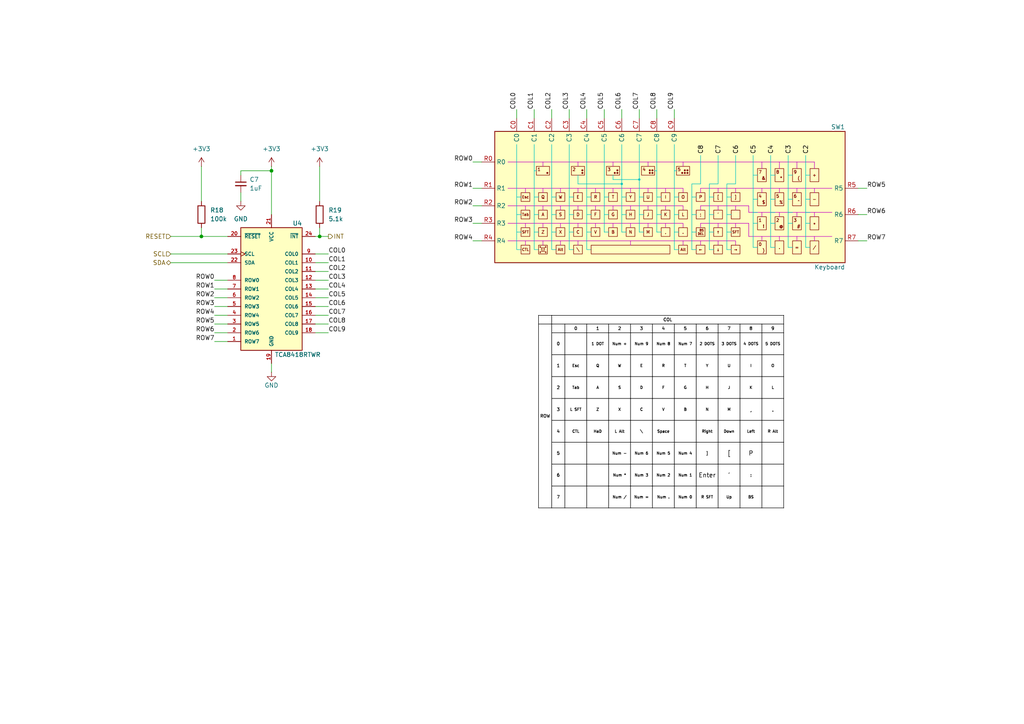
<source format=kicad_sch>
(kicad_sch (version 20250114) (generator "eeschema") (generator_version "9.0")
  (paper "A4")
  (lib_symbols
    (symbol "Device:C_Small" (pin_numbers (hide yes)) (pin_names (offset 0.254) (hide yes))
      (property "Reference" "C" (at 0.254 1.778 0))
      (property "Value" "C_Small" (at 0.254 -2.032 0))
      (symbol "C_Small_1_1"
        (pin passive line (at 0 2.54 270) (length 2.032) (name "~") (number "1"))
        (pin passive line (at 0 -2.54 90) (length 2.032) (name "~") (number "2"))
      )
    )
    (symbol "Device:R" (pin_numbers (hide yes)) (pin_names (offset 0))
      (property "Reference" "R" (at 2.032 0 90))
      (property "Value" "R" (at 0 0 90))
      (symbol "R_1_1"
        (pin passive line (at 0 3.81 270) (length 1.27) (name "~") (number "1"))
        (pin passive line (at 0 -3.81 90) (length 1.27) (name "~") (number "2"))
      )
    )
    (symbol "Keyboard:Keyboard"
      (property "Reference" "SW" (at 50.8 20.32 0))
      (property "Value" "Keyboard" (at 46.355 -20.32 0))
      (symbol "Keyboard_0_0"
        (pin bidirectional line (at -54.61 10.16 0) (length 3.81) (name "R0") (number "R0"))
        (pin bidirectional line (at -54.61 2.54 0) (length 3.81) (name "R1") (number "R1"))
        (pin bidirectional line (at -54.61 -2.54 0) (length 3.81) (name "R2") (number "R2"))
        (pin bidirectional line (at -54.61 -7.62 0) (length 3.81) (name "R3") (number "R3"))
        (pin bidirectional line (at -54.61 -12.7 0) (length 3.81) (name "R4") (number "R4"))
        (pin bidirectional line (at -44.45 22.86 270) (length 3.81) (name "C0") (number "C0"))
        (pin bidirectional line (at -39.37 22.86 270) (length 3.81) (name "C1") (number "C1"))
        (pin bidirectional line (at -34.29 22.86 270) (length 3.81) (name "C2") (number "C2"))
        (pin bidirectional line (at -29.21 22.86 270) (length 3.81) (name "C3") (number "C3"))
        (pin bidirectional line (at -24.13 22.86 270) (length 3.81) (name "C4") (number "C4"))
        (pin bidirectional line (at -19.05 22.86 270) (length 3.81) (name "C5") (number "C5"))
        (pin bidirectional line (at -13.97 22.86 270) (length 3.81) (name "C6") (number "C6"))
        (pin bidirectional line (at -8.89 22.86 270) (length 3.81) (name "C7") (number "C7"))
        (pin bidirectional line (at -3.81 22.86 270) (length 3.81) (name "C8") (number "C8"))
        (pin bidirectional line (at 1.27 22.86 270) (length 3.81) (name "C9") (number "C9"))
        (pin bidirectional line (at 54.61 2.54 180) (length 3.81) (name "R5") (number "R5"))
      )
      (symbol "Keyboard_1_0"
        (pin bidirectional line (at 54.61 -5.08 180) (length 3.81) (name "R6") (number "R6"))
        (pin bidirectional line (at 54.61 -12.7 180) (length 3.81) (name "R7") (number "R7"))
      )
      (symbol "Keyboard_1_1"
        (text "Esc\n" (at -41.91 0 0) (effects (font (size 0.762 0.762))))
        (text "Tab" (at -41.91 -5.08 0) (effects (font (size 0.762 0.762))))
        (text "SFT" (at -41.91 -10.16 0) (effects (font (size 0.762 0.762))))
        (text "CTL" (at -41.91 -15.24 0) (effects (font (size 0.762 0.762))))
        (text "1" (at -37.973 8.001 0) (effects (font (size 0.889 0.889))))
        (text "Q" (at -36.83 0 0) (effects (font (size 0.889 0.889))))
        (text "A" (at -36.83 -5.08 0) (effects (font (size 0.889 0.889))))
        (text "Z" (at -36.83 -10.16 0) (effects (font (size 0.889 0.889))))
        (text "W" (at -31.75 0 0) (effects (font (size 0.889 0.889))))
        (text "S" (at -31.75 -5.08 0) (effects (font (size 0.889 0.889))))
        (text "X" (at -31.75 -10.16 0) (effects (font (size 0.889 0.889))))
        (text "Alt" (at -31.75 -15.24 0) (effects (font (size 0.762 0.762))))
        (text "2" (at -27.813 8.001 0) (effects (font (size 0.889 0.889))))
        (text "E" (at -26.67 0 0) (effects (font (size 0.889 0.889))))
        (text "D" (at -26.67 -5.08 0) (effects (font (size 0.889 0.889))))
        (text "C" (at -26.67 -10.16 0) (effects (font (size 0.889 0.889))))
        (text "\\" (at -26.67 -15.24 0) (effects (font (size 0.889 0.889))))
        (text "R" (at -21.59 0 0) (effects (font (size 0.889 0.889))))
        (text "F" (at -21.59 -5.08 0) (effects (font (size 0.889 0.889))))
        (text "V" (at -21.59 -10.16 0) (effects (font (size 0.889 0.889))))
        (text "3" (at -17.653 8.001 0) (effects (font (size 0.889 0.889))))
        (text "T" (at -16.51 0 0) (effects (font (size 0.889 0.889))))
        (text "G" (at -16.51 -5.08 0) (effects (font (size 0.889 0.889))))
        (text "B" (at -16.51 -10.16 0) (effects (font (size 0.889 0.889))))
        (text "Y" (at -11.43 0 0) (effects (font (size 0.889 0.889))))
        (text "H" (at -11.43 -5.08 0) (effects (font (size 0.889 0.889))))
        (text "N" (at -11.43 -10.16 0) (effects (font (size 0.889 0.889))))
        (text "4" (at -7.493 8.001 0) (effects (font (size 0.889 0.889))))
        (text "U" (at -6.35 0 0) (effects (font (size 0.889 0.889))))
        (text "J" (at -6.35 -5.08 0) (effects (font (size 0.889 0.889))))
        (text "M" (at -6.35 -10.16 0) (effects (font (size 0.889 0.889))))
        (text "I" (at -1.27 0 0) (effects (font (size 0.889 0.889))))
        (text "K" (at -1.27 -5.08 0) (effects (font (size 0.889 0.889))))
        (text "," (at -1.27 -10.16 0) (effects (font (size 0.889 0.889))))
        (text "5" (at 2.667 8.001 0) (effects (font (size 0.889 0.889))))
        (text "O" (at 3.81 0 0) (effects (font (size 0.889 0.889))))
        (text "L" (at 3.81 -5.08 0) (effects (font (size 0.889 0.889))))
        (text "." (at 3.81 -10.16 0) (effects (font (size 0.889 0.889))))
        (text "Alt" (at 3.81 -15.24 0) (effects (font (size 0.762 0.762))))
        (text "C8" (at 8.89 13.843 900) (effects (font (size 1.27 1.27))))
        (text "P\n" (at 8.89 0 0) (effects (font (size 0.889 0.889))))
        (text ";" (at 8.89 -5.08 0) (effects (font (size 0.889 0.889))))
        (text "←" (at 8.89 -15.24 0) (effects (font (size 0.889 0.889))))
        (text "BS\nDEL" (at 9.906 -10.16 0) (effects (font (size 0.635 0.635)) (justify right)))
        (text "C7" (at 13.97 13.843 900) (effects (font (size 1.27 1.27))))
        (text "[" (at 13.97 0 0) (effects (font (size 0.889 0.889))))
        (text "'" (at 13.97 -5.08 0) (effects (font (size 0.889 0.889))))
        (text "↑" (at 13.97 -10.16 0) (effects (font (size 0.889 0.889))))
        (text "↓" (at 13.97 -15.24 0) (effects (font (size 0.889 0.889))))
        (text "C6" (at 19.05 13.843 900) (effects (font (size 1.27 1.27))))
        (text "]" (at 19.05 0 0) (effects (font (size 0.889 0.889))))
        (text "SFT" (at 19.05 -10.16 0) (effects (font (size 0.762 0.762))))
        (text "→" (at 19.05 -15.24 0) (effects (font (size 0.889 0.889))))
        (text "C5" (at 24.13 13.843 900) (effects (font (size 1.27 1.27))))
        (text "7" (at 26.162 7.239 0) (effects (font (size 0.889 0.889))))
        (text "4" (at 26.162 0.254 0) (effects (font (size 0.889 0.889))))
        (text "1" (at 26.162 -6.731 0) (effects (font (size 0.889 0.889))))
        (text "0" (at 26.162 -13.716 0) (effects (font (size 0.889 0.889))))
        (text "&" (at 27.178 5.461 0) (effects (font (size 0.889 0.889))))
        (text "$" (at 27.178 -1.524 0) (effects (font (size 0.889 0.889))))
        (text "!" (at 27.178 -8.509 0) (effects (font (size 0.889 0.889))))
        (text ")" (at 27.178 -15.494 0) (effects (font (size 0.889 0.889))))
        (text "C4" (at 29.21 13.843 900) (effects (font (size 1.27 1.27))))
        (text "8" (at 31.242 7.239 0) (effects (font (size 0.889 0.889))))
        (text "5" (at 31.242 0.254 0) (effects (font (size 0.889 0.889))))
        (text "2" (at 31.242 -6.731 0) (effects (font (size 0.889 0.889))))
        (text "." (at 31.75 -14.605 0) (effects (font (size 0.889 0.889))))
        (text "*" (at 32.258 5.461 0) (effects (font (size 0.889 0.889))))
        (text "%" (at 32.258 -1.524 0) (effects (font (size 0.889 0.889))))
        (text "@" (at 32.258 -8.509 0) (effects (font (size 0.889 0.889))))
        (text "C3" (at 34.29 13.843 900) (effects (font (size 1.27 1.27))))
        (text "9" (at 36.322 7.239 0) (effects (font (size 0.889 0.889))))
        (text "6" (at 36.322 0.254 0) (effects (font (size 0.889 0.889))))
        (text "3" (at 36.322 -6.731 0) (effects (font (size 0.889 0.889))))
        (text "=" (at 36.83 -14.605 0) (effects (font (size 0.889 0.889))))
        (text "(" (at 37.338 5.461 0) (effects (font (size 0.889 0.889))))
        (text "^" (at 37.338 -1.524 0) (effects (font (size 0.889 0.889))))
        (text "#" (at 37.338 -8.509 0) (effects (font (size 0.889 0.889))))
        (text "C2" (at 39.37 13.843 900) (effects (font (size 1.27 1.27))))
        (text "+" (at 41.91 6.35 0) (effects (font (size 0.889 0.889))))
        (text "-" (at 41.91 -0.635 0) (effects (font (size 0.889 0.889))))
        (text "*" (at 41.91 -8.001 0) (effects (font (size 0.889 0.889))))
        (text "/" (at 41.91 -14.605 0) (effects (font (size 0.889 0.889))))
      )
    )
    (symbol "TCA8418RTWR:TCA8418RTWR" (pin_names (offset 1.016))
      (property "Reference" "U" (at -7.62 19.05 0))
      (property "Value" "TCA8418RTWR" (at 1.27 -19.05 0))
      (symbol "TCA8418RTWR_0_0"
        (pin input line (at -12.7 15.24 0) (length 3.81) (name "~{RESET}") (number "20"))
        (pin input clock (at -12.7 10.16 0) (length 3.81) (name "SCL") (number "23"))
        (pin bidirectional line (at -12.7 7.62 0) (length 3.81) (name "SDA") (number "22"))
        (pin bidirectional line (at -12.7 2.54 0) (length 3.81) (name "ROW0") (number "8"))
        (pin bidirectional line (at -12.7 0 0) (length 3.81) (name "ROW1") (number "7"))
        (pin bidirectional line (at -12.7 -2.54 0) (length 3.81) (name "ROW2") (number "6"))
        (pin bidirectional line (at -12.7 -5.08 0) (length 3.81) (name "ROW3") (number "5"))
        (pin bidirectional line (at -12.7 -7.62 0) (length 3.81) (name "ROW4") (number "4"))
        (pin bidirectional line (at -12.7 -10.16 0) (length 3.81) (name "ROW5") (number "3"))
        (pin bidirectional line (at -12.7 -12.7 0) (length 3.81) (name "ROW6") (number "2"))
        (pin bidirectional line (at -12.7 -15.24 0) (length 3.81) (name "ROW7") (number "1"))
        (pin power_in line (at 0 21.59 270) (length 3.81) (name "VCC") (number "21"))
        (pin power_in line (at 0 -21.59 90) (length 3.81) (name "GND") (number "19"))
        (pin output line (at 12.7 15.24 180) (length 3.81) (name "~{INT}") (number "24"))
        (pin bidirectional line (at 12.7 10.16 180) (length 3.81) (name "COL0") (number "9"))
        (pin bidirectional line (at 12.7 7.62 180) (length 3.81) (name "COL1") (number "10"))
        (pin bidirectional line (at 12.7 5.08 180) (length 3.81) (name "COL2") (number "11"))
        (pin bidirectional line (at 12.7 2.54 180) (length 3.81) (name "COL3") (number "12"))
        (pin bidirectional line (at 12.7 0 180) (length 3.81) (name "COL4") (number "13"))
        (pin bidirectional line (at 12.7 -2.54 180) (length 3.81) (name "COL5") (number "14"))
        (pin bidirectional line (at 12.7 -5.08 180) (length 3.81) (name "COL6") (number "15"))
        (pin bidirectional line (at 12.7 -7.62 180) (length 3.81) (name "COL7") (number "16"))
        (pin bidirectional line (at 12.7 -10.16 180) (length 3.81) (name "COL8") (number "17"))
        (pin bidirectional line (at 12.7 -12.7 180) (length 3.81) (name "COL9") (number "18"))
      )
      (symbol "TCA8418RTWR_1_0"
        (pin passive line (at 0 -21.59 90) (length 3.81) (hide yes) (name "EP") (number "25"))
      )
    )
    (symbol "power:+3V3" (power) (pin_numbers (hide yes)) (pin_names (offset 0) (hide yes))
      (property "Value" "+3V3" (at 0 3.556 0))
      (symbol "+3V3_1_1"
        (pin power_in line (at 0 0 90) (length 0) (name "~") (number "1"))
      )
    )
    (symbol "power:GND" (power) (pin_numbers (hide yes)) (pin_names (offset 0) (hide yes))
      (property "Value" "GND" (at 0 -3.81 0))
      (symbol "GND_1_1"
        (pin power_in line (at 0 0 270) (length 0) (name "~") (number "1"))
      )
    )
  )
  (junction (at 58.42 68.58))
  (junction (at 78.74 49.53))
  (junction (at 92.71 68.58))
  (wire (pts (xy 62.23 88.9) (xy 66.04 88.9)))
  (wire (pts (xy 248.92 62.23) (xy 251.46 62.23)))
  (wire (pts (xy 92.71 66.04) (xy 92.71 68.58)))
  (wire (pts (xy 154.94 31.75) (xy 154.94 34.29)))
  (wire (pts (xy 137.16 54.61) (xy 139.7 54.61)))
  (wire (pts (xy 62.23 91.44) (xy 66.04 91.44)))
  (wire (pts (xy 91.44 93.98) (xy 95.25 93.98)))
  (wire (pts (xy 78.74 49.53) (xy 69.85 49.53)))
  (wire (pts (xy 91.44 83.82) (xy 95.25 83.82)))
  (wire (pts (xy 190.5 31.75) (xy 190.5 34.29)))
  (wire (pts (xy 78.74 49.53) (xy 78.74 62.23)))
  (wire (pts (xy 92.71 48.26) (xy 92.71 58.42)))
  (wire (pts (xy 58.42 48.26) (xy 58.42 58.42)))
  (wire (pts (xy 149.86 31.75) (xy 149.86 34.29)))
  (wire (pts (xy 160.02 31.75) (xy 160.02 34.29)))
  (wire (pts (xy 62.23 96.52) (xy 66.04 96.52)))
  (wire (pts (xy 248.92 69.85) (xy 251.46 69.85)))
  (wire (pts (xy 91.44 96.52) (xy 95.25 96.52)))
  (wire (pts (xy 137.16 69.85) (xy 139.7 69.85)))
  (wire (pts (xy 58.42 66.04) (xy 58.42 68.58)))
  (wire (pts (xy 91.44 76.2) (xy 95.25 76.2)))
  (wire (pts (xy 69.85 55.88) (xy 69.85 58.42)))
  (wire (pts (xy 91.44 68.58) (xy 92.71 68.58)))
  (wire (pts (xy 49.53 68.58) (xy 58.42 68.58)))
  (wire (pts (xy 58.42 68.58) (xy 66.04 68.58)))
  (wire (pts (xy 137.16 64.77) (xy 139.7 64.77)))
  (wire (pts (xy 137.16 46.99) (xy 139.7 46.99)))
  (wire (pts (xy 137.16 59.69) (xy 139.7 59.69)))
  (wire (pts (xy 62.23 93.98) (xy 66.04 93.98)))
  (wire (pts (xy 62.23 99.06) (xy 66.04 99.06)))
  (wire (pts (xy 91.44 86.36) (xy 95.25 86.36)))
  (wire (pts (xy 91.44 81.28) (xy 95.25 81.28)))
  (wire (pts (xy 91.44 73.66) (xy 95.25 73.66)))
  (wire (pts (xy 49.53 73.66) (xy 66.04 73.66)))
  (wire (pts (xy 180.34 31.75) (xy 180.34 34.29)))
  (wire (pts (xy 62.23 83.82) (xy 66.04 83.82)))
  (wire (pts (xy 175.26 31.75) (xy 175.26 34.29)))
  (wire (pts (xy 165.1 31.75) (xy 165.1 34.29)))
  (wire (pts (xy 92.71 68.58) (xy 95.25 68.58)))
  (wire (pts (xy 91.44 78.74) (xy 95.25 78.74)))
  (wire (pts (xy 170.18 31.75) (xy 170.18 34.29)))
  (wire (pts (xy 62.23 81.28) (xy 66.04 81.28)))
  (wire (pts (xy 195.58 31.75) (xy 195.58 34.29)))
  (wire (pts (xy 78.74 105.41) (xy 78.74 107.95)))
  (wire (pts (xy 248.92 54.61) (xy 251.46 54.61)))
  (wire (pts (xy 78.74 48.26) (xy 78.74 49.53)))
  (wire (pts (xy 49.53 76.2) (xy 66.04 76.2)))
  (wire (pts (xy 62.23 86.36) (xy 66.04 86.36)))
  (wire (pts (xy 69.85 49.53) (xy 69.85 50.8)))
  (wire (pts (xy 91.44 91.44) (xy 95.25 91.44)))
  (wire (pts (xy 185.42 31.75) (xy 185.42 34.29)))
  (wire (pts (xy 91.44 88.9) (xy 95.25 88.9)))
  (table (column_count 12) (border (external yes) (header yes) (stroke (width 0) (color 0 0 0 1))) (separators (rows yes) (cols yes) (stroke (width 0) (color 0 0 0 1))) (column_widths 3.81 3.81 6.35 6.35 6.35 6.35 6.35 6.35 6.35 6.35 6.35 6.35) (row_heights 2.54 2.54 6.35 6.35 6.35 6.35 6.35 6.35 6.35 6.35) (cells (table_cell "" (at 156.21 91.44 0) (size 3.81 2.54) (margins 0.9525 0.9525 0.9525 0.9525) (span 1 1) (fill (type color) (color 255 255 255 1))) (table_cell "COL" (at 160.02 91.44 0) (size 67.31 2.54) (margins 0.9525 0.9525 0.9525 0.9525) (span 11 1) (fill (type color) (color 255 255 255 1))) (table_cell "rgb(240, 240, 240)" (at 163.83 91.44 0) (size 6.35 2.54) (margins 0.9525 0.9525 0.9525 0.9525) (span 0 0) (fill (type color) (color 255 255 255 1))) (table_cell "rgb(240, 240, 240)" (at 170.18 91.44 0) (size 6.35 2.54) (margins 0.9525 0.9525 0.9525 0.9525) (span 0 0) (fill (type color) (color 255 255 255 1))) (table_cell "rgb(240, 240, 240)" (at 176.53 91.44 0) (size 6.35 2.54) (margins 0.9525 0.9525 0.9525 0.9525) (span 0 0) (fill (type color) (color 255 255 255 1))) (table_cell "rgb(240, 240, 240)" (at 182.88 91.44 0) (size 6.35 2.54) (margins 0.9525 0.9525 0.9525 0.9525) (span 0 0) (fill (type color) (color 255 255 255 1))) (table_cell "rgb(240, 240, 240)" (at 189.23 91.44 0) (size 6.35 2.54) (margins 0.9525 0.9525 0.9525 0.9525) (span 0 0) (fill (type color) (color 255 255 255 1))) (table_cell "rgb(240, 240, 240)" (at 195.58 91.44 0) (size 6.35 2.54) (margins 0.9525 0.9525 0.9525 0.9525) (span 0 0) (fill (type color) (color 255 255 255 1))) (table_cell "rgb(240, 240, 240)" (at 201.93 91.44 0) (size 6.35 2.54) (margins 0.9525 0.9525 0.9525 0.9525) (span 0 0) (fill (type color) (color 255 255 255 1))) (table_cell "rgb(240, 240, 240)" (at 208.28 91.44 0) (size 6.35 2.54) (margins 0.9525 0.9525 0.9525 0.9525) (span 0 0) (fill (type color) (color 255 255 255 1))) (table_cell "rgb(240, 240, 240)" (at 214.63 91.44 0) (size 6.35 2.54) (margins 0.9525 0.9525 0.9525 0.9525) (span 0 0) (fill (type color) (color 255 255 255 1))) (table_cell "rgb(240, 240, 240)" (at 220.98 91.44 0) (size 6.35 2.54) (margins 0.9525 0.9525 0.9525 0.9525) (span 0 0) (fill (type color) (color 255 255 255 1))) (table_cell "ROW" (at 156.21 93.98 0) (size 3.81 53.34) (margins 0.9525 0.9525 0.9525 0.9525) (span 1 9) (fill (type color) (color 255 255 255 1))) (table_cell "" (at 160.02 93.98 0) (size 3.81 2.54) (margins 0.9525 0.9525 0.9525 0.9525) (span 1 1) (fill (type color) (color 255 255 255 1))) (table_cell "0" (at 163.83 93.98 0) (size 6.35 2.54) (margins 0.9525 0.9525 0.9525 0.9525) (span 1 1) (fill (type color) (color 255 255 255 1))) (table_cell "1" (at 170.18 93.98 0) (size 6.35 2.54) (margins 0.9525 0.9525 0.9525 0.9525) (span 1 1) (fill (type color) (color 255 255 255 1))) (table_cell "2" (at 176.53 93.98 0) (size 6.35 2.54) (margins 0.9525 0.9525 0.9525 0.9525) (span 1 1) (fill (type color) (color 255 255 255 1))) (table_cell "3" (at 182.88 93.98 0) (size 6.35 2.54) (margins 0.9525 0.9525 0.9525 0.9525) (span 1 1) (fill (type color) (color 255 255 255 1))) (table_cell "4" (at 189.23 93.98 0) (size 6.35 2.54) (margins 0.9525 0.9525 0.9525 0.9525) (span 1 1) (fill (type color) (color 255 255 255 1))) (table_cell "5" (at 195.58 93.98 0) (size 6.35 2.54) (margins 0.9525 0.9525 0.9525 0.9525) (span 1 1) (fill (type color) (color 255 255 255 1))) (table_cell "6" (at 201.93 93.98 0) (size 6.35 2.54) (margins 0.9525 0.9525 0.9525 0.9525) (span 1 1) (fill (type color) (color 255 255 255 1))) (table_cell "7" (at 208.28 93.98 0) (size 6.35 2.54) (margins 0.9525 0.9525 0.9525 0.9525) (span 1 1) (fill (type color) (color 255 255 255 1))) (table_cell "8" (at 214.63 93.98 0) (size 6.35 2.54) (margins 0.9525 0.9525 0.9525 0.9525) (span 1 1) (fill (type color) (color 255 255 255 1))) (table_cell "9" (at 220.98 93.98 0) (size 6.35 2.54) (margins 0.9525 0.9525 0.9525 0.9525) (span 1 1) (fill (type color) (color 255 255 255 1))) (table_cell "rgb(240, 240, 240)" (at 156.21 96.52 0) (size 3.81 6.35) (margins 0.9525 0.9525 0.9525 0.9525) (span 0 0) (fill (type color) (color 255 255 255 1))) (table_cell "0" (at 160.02 96.52 0) (size 3.81 6.35) (margins 0.9525 0.9525 0.9525 0.9525) (span 1 1) (fill (type color) (color 255 255 255 1))) (table_cell "" (at 163.83 96.52 0) (size 6.35 6.35) (margins 0.9525 0.9525 0.9525 0.9525) (span 1 1) (fill (type color) (color 255 255 255 1))) (table_cell "1 DOT" (at 170.18 96.52 0) (size 6.35 6.35) (margins 0.9525 0.9525 0.9525 0.9525) (span 1 1) (fill (type color) (color 255 255 255 1))) (table_cell "Num +" (at 176.53 96.52 0) (size 6.35 6.35) (margins 0.9525 0.9525 0.9525 0.9525) (span 1 1) (fill (type color) (color 255 255 255 1))) (table_cell "Num 9" (at 182.88 96.52 0) (size 6.35 6.35) (margins 0.9525 0.9525 0.9525 0.9525) (span 1 1) (fill (type color) (color 255 255 255 1))) (table_cell "Num 8" (at 189.23 96.52 0) (size 6.35 6.35) (margins 0.9525 0.9525 0.9525 0.9525) (span 1 1) (fill (type color) (color 255 255 255 1))) (table_cell "Num 7" (at 195.58 96.52 0) (size 6.35 6.35) (margins 0.9525 0.9525 0.9525 0.9525) (span 1 1) (fill (type color) (color 255 255 255 1))) (table_cell "2 DOTS" (at 201.93 96.52 0) (size 6.35 6.35) (margins 0.9525 0.9525 0.9525 0.9525) (span 1 1) (fill (type color) (color 255 255 255 1))) (table_cell "3 DOTS" (at 208.28 96.52 0) (size 6.35 6.35) (margins 0.9525 0.9525 0.9525 0.9525) (span 1 1) (fill (type color) (color 255 255 255 1))) (table_cell "4 DOTS" (at 214.63 96.52 0) (size 6.35 6.35) (margins 0.9525 0.9525 0.9525 0.9525) (span 1 1) (fill (type color) (color 255 255 255 1))) (table_cell "5 DOTS" (at 220.98 96.52 0) (size 6.35 6.35) (margins 0.9525 0.9525 0.9525 0.9525) (span 1 1) (fill (type color) (color 255 255 255 1))) (table_cell "rgb(240, 240, 240)" (at 156.21 102.87 0) (size 3.81 6.35) (margins 0.9525 0.9525 0.9525 0.9525) (span 0 0) (fill (type color) (color 255 255 255 1))) (table_cell "1" (at 160.02 102.87 0) (size 3.81 6.35) (margins 0.9525 0.9525 0.9525 0.9525) (span 1 1) (fill (type color) (color 255 255 255 1))) (table_cell "Esc" (at 163.83 102.87 0) (size 6.35 6.35) (margins 0.9525 0.9525 0.9525 0.9525) (span 1 1) (fill (type color) (color 255 255 255 1))) (table_cell "Q" (at 170.18 102.87 0) (size 6.35 6.35) (margins 0.9525 0.9525 0.9525 0.9525) (span 1 1) (fill (type color) (color 255 255 255 1))) (table_cell "W" (at 176.53 102.87 0) (size 6.35 6.35) (margins 0.9525 0.9525 0.9525 0.9525) (span 1 1) (fill (type color) (color 255 255 255 1))) (table_cell "E" (at 182.88 102.87 0) (size 6.35 6.35) (margins 0.9525 0.9525 0.9525 0.9525) (span 1 1) (fill (type color) (color 255 255 255 1))) (table_cell "R" (at 189.23 102.87 0) (size 6.35 6.35) (margins 0.9525 0.9525 0.9525 0.9525) (span 1 1) (fill (type color) (color 255 255 255 1))) (table_cell "T" (at 195.58 102.87 0) (size 6.35 6.35) (margins 0.9525 0.9525 0.9525 0.9525) (span 1 1) (fill (type color) (color 255 255 255 1))) (table_cell "Y" (at 201.93 102.87 0) (size 6.35 6.35) (margins 0.9525 0.9525 0.9525 0.9525) (span 1 1) (fill (type color) (color 255 255 255 1))) (table_cell "U" (at 208.28 102.87 0) (size 6.35 6.35) (margins 0.9525 0.9525 0.9525 0.9525) (span 1 1) (fill (type color) (color 255 255 255 1))) (table_cell "I" (at 214.63 102.87 0) (size 6.35 6.35) (margins 0.9525 0.9525 0.9525 0.9525) (span 1 1) (fill (type color) (color 255 255 255 1))) (table_cell "O" (at 220.98 102.87 0) (size 6.35 6.35) (margins 0.9525 0.9525 0.9525 0.9525) (span 1 1) (fill (type color) (color 255 255 255 1))) (table_cell "rgb(240, 240, 240)" (at 156.21 109.22 0) (size 3.81 6.35) (margins 0.9525 0.9525 0.9525 0.9525) (span 0 0) (fill (type color) (color 255 255 255 1))) (table_cell "2" (at 160.02 109.22 0) (size 3.81 6.35) (margins 0.9525 0.9525 0.9525 0.9525) (span 1 1) (fill (type color) (color 255 255 255 1))) (table_cell "Tab" (at 163.83 109.22 0) (size 6.35 6.35) (margins 0.9525 0.9525 0.9525 0.9525) (span 1 1) (fill (type color) (color 255 255 255 1))) (table_cell "A" (at 170.18 109.22 0) (size 6.35 6.35) (margins 0.9525 0.9525 0.9525 0.9525) (span 1 1) (fill (type color) (color 255 255 255 1))) (table_cell "S" (at 176.53 109.22 0) (size 6.35 6.35) (margins 0.9525 0.9525 0.9525 0.9525) (span 1 1) (fill (type color) (color 255 255 255 1))) (table_cell "D" (at 182.88 109.22 0) (size 6.35 6.35) (margins 0.9525 0.9525 0.9525 0.9525) (span 1 1) (fill (type color) (color 255 255 255 1))) (table_cell "F" (at 189.23 109.22 0) (size 6.35 6.35) (margins 0.9525 0.9525 0.9525 0.9525) (span 1 1) (fill (type color) (color 255 255 255 1))) (table_cell "G" (at 195.58 109.22 0) (size 6.35 6.35) (margins 0.9525 0.9525 0.9525 0.9525) (span 1 1) (fill (type color) (color 255 255 255 1))) (table_cell "H" (at 201.93 109.22 0) (size 6.35 6.35) (margins 0.9525 0.9525 0.9525 0.9525) (span 1 1) (fill (type color) (color 255 255 255 1))) (table_cell "J" (at 208.28 109.22 0) (size 6.35 6.35) (margins 0.9525 0.9525 0.9525 0.9525) (span 1 1) (fill (type color) (color 255 255 255 1))) (table_cell "K" (at 214.63 109.22 0) (size 6.35 6.35) (margins 0.9525 0.9525 0.9525 0.9525) (span 1 1) (fill (type color) (color 255 255 255 1))) (table_cell "L" (at 220.98 109.22 0) (size 6.35 6.35) (margins 0.9525 0.9525 0.9525 0.9525) (span 1 1) (fill (type color) (color 255 255 255 1))) (table_cell "rgb(240, 240, 240)" (at 156.21 115.57 0) (size 3.81 6.35) (margins 0.9525 0.9525 0.9525 0.9525) (span 0 0) (fill (type color) (color 255 255 255 1))) (table_cell "3" (at 160.02 115.57 0) (size 3.81 6.35) (margins 0.9525 0.9525 0.9525 0.9525) (span 1 1) (fill (type color) (color 255 255 255 1))) (table_cell "L SFT" (at 163.83 115.57 0) (size 6.35 6.35) (margins 0.9525 0.9525 0.9525 0.9525) (span 1 1) (fill (type color) (color 255 255 255 1))) (table_cell "Z" (at 170.18 115.57 0) (size 6.35 6.35) (margins 0.9525 0.9525 0.9525 0.9525) (span 1 1) (fill (type color) (color 255 255 255 1))) (table_cell "X" (at 176.53 115.57 0) (size 6.35 6.35) (margins 0.9525 0.9525 0.9525 0.9525) (span 1 1) (fill (type color) (color 255 255 255 1))) (table_cell "C" (at 182.88 115.57 0) (size 6.35 6.35) (margins 0.9525 0.9525 0.9525 0.9525) (span 1 1) (fill (type color) (color 255 255 255 1))) (table_cell "V" (at 189.23 115.57 0) (size 6.35 6.35) (margins 0.9525 0.9525 0.9525 0.9525) (span 1 1) (fill (type color) (color 255 255 255 1))) (table_cell "B" (at 195.58 115.57 0) (size 6.35 6.35) (margins 0.9525 0.9525 0.9525 0.9525) (span 1 1) (fill (type color) (color 255 255 255 1))) (table_cell "N" (at 201.93 115.57 0) (size 6.35 6.35) (margins 0.9525 0.9525 0.9525 0.9525) (span 1 1) (fill (type color) (color 255 255 255 1))) (table_cell "M" (at 208.28 115.57 0) (size 6.35 6.35) (margins 0.9525 0.9525 0.9525 0.9525) (span 1 1) (fill (type color) (color 255 255 255 1))) (table_cell "," (at 214.63 115.57 0) (size 6.35 6.35) (margins 0.9525 0.9525 0.9525 0.9525) (span 1 1) (fill (type color) (color 255 255 255 1))) (table_cell "." (at 220.98 115.57 0) (size 6.35 6.35) (margins 0.9525 0.9525 0.9525 0.9525) (span 1 1) (fill (type color) (color 255 255 255 1))) (table_cell "rgb(240, 240, 240)" (at 156.21 121.92 0) (size 3.81 6.35) (margins 0.9525 0.9525 0.9525 0.9525) (span 0 0) (fill (type color) (color 255 255 255 1))) (table_cell "4" (at 160.02 121.92 0) (size 3.81 6.35) (margins 0.9525 0.9525 0.9525 0.9525) (span 1 1) (fill (type color) (color 255 255 255 1))) (table_cell "CTL" (at 163.83 121.92 0) (size 6.35 6.35) (margins 0.9525 0.9525 0.9525 0.9525) (span 1 1) (fill (type color) (color 255 255 255 1))) (table_cell "HaD" (at 170.18 121.92 0) (size 6.35 6.35) (margins 0.9525 0.9525 0.9525 0.9525) (span 1 1) (fill (type color) (color 255 255 255 1))) (table_cell "L Alt" (at 176.53 121.92 0) (size 6.35 6.35) (margins 0.9525 0.9525 0.9525 0.9525) (span 1 1) (fill (type color) (color 255 255 255 1))) (table_cell "\\" (at 182.88 121.92 0) (size 6.35 6.35) (margins 0.9525 0.9525 0.9525 0.9525) (span 1 1) (fill (type color) (color 255 255 255 1))) (table_cell "Space" (at 189.23 121.92 0) (size 6.35 6.35) (margins 0.9525 0.9525 0.9525 0.9525) (span 1 1) (fill (type color) (color 255 255 255 1))) (table_cell "" (at 195.58 121.92 0) (size 6.35 6.35) (margins 0.9525 0.9525 0.9525 0.9525) (span 1 1) (fill (type color) (color 255 255 255 1))) (table_cell "Right" (at 201.93 121.92 0) (size 6.35 6.35) (margins 0.9525 0.9525 0.9525 0.9525) (span 1 1) (fill (type color) (color 255 255 255 1))) (table_cell "Down" (at 208.28 121.92 0) (size 6.35 6.35) (margins 0.9525 0.9525 0.9525 0.9525) (span 1 1) (fill (type color) (color 255 255 255 1))) (table_cell "Left" (at 214.63 121.92 0) (size 6.35 6.35) (margins 0.9525 0.9525 0.9525 0.9525) (span 1 1) (fill (type color) (color 255 255 255 1))) (table_cell "R Alt" (at 220.98 121.92 0) (size 6.35 6.35) (margins 0.9525 0.9525 0.9525 0.9525) (span 1 1) (fill (type color) (color 255 255 255 1))) (table_cell "rgb(240, 240, 240)" (at 156.21 128.27 0) (size 3.81 6.35) (margins 0.9525 0.9525 0.9525 0.9525) (span 0 0) (fill (type color) (color 255 255 255 1))) (table_cell "5" (at 160.02 128.27 0) (size 3.81 6.35) (margins 0.9525 0.9525 0.9525 0.9525) (span 1 1) (fill (type color) (color 255 255 255 1))) (table_cell "" (at 163.83 128.27 0) (size 6.35 6.35) (margins 0.9525 0.9525 0.9525 0.9525) (span 1 1) (fill (type color) (color 255 255 255 1))) (table_cell "" (at 170.18 128.27 0) (size 6.35 6.35) (margins 0.9525 0.9525 0.9525 0.9525) (span 1 1) (fill (type color) (color 255 255 255 1))) (table_cell "Num -" (at 176.53 128.27 0) (size 6.35 6.35) (margins 0.9525 0.9525 0.9525 0.9525) (span 1 1) (fill (type color) (color 255 255 255 1))) (table_cell "Num 6" (at 182.88 128.27 0) (size 6.35 6.35) (margins 0.9525 0.9525 0.9525 0.9525) (span 1 1) (fill (type color) (color 255 255 255 1))) (table_cell "Num 5" (at 189.23 128.27 0) (size 6.35 6.35) (margins 0.9525 0.9525 0.9525 0.9525) (span 1 1) (fill (type color) (color 255 255 255 1))) (table_cell "Num 4" (at 195.58 128.27 0) (size 6.35 6.35) (margins 0.9525 0.9525 0.9525 0.9525) (span 1 1) (fill (type color) (color 255 255 255 1))) (table_cell "]" (at 201.93 128.27 0) (size 6.35 6.35) (margins 0.9525 0.9525 0.9525 0.9525) (span 1 1) (fill (type color) (color 255 255 255 1))) (table_cell "[" (at 208.28 128.27 0) (size 6.35 6.35) (margins 0.9525 0.9525 0.9525 0.9525) (span 1 1) (fill (type color) (color 255 255 255 1))) (table_cell "P" (at 214.63 128.27 0) (size 6.35 6.35) (margins 0.9525 0.9525 0.9525 0.9525) (span 1 1) (fill (type color) (color 255 255 255 1))) (table_cell "" (at 220.98 128.27 0) (size 6.35 6.35) (margins 0.9525 0.9525 0.9525 0.9525) (span 1 1) (fill (type color) (color 255 255 255 1))) (table_cell "rgb(240, 240, 240)" (at 156.21 134.62 0) (size 3.81 6.35) (margins 0.9525 0.9525 0.9525 0.9525) (span 0 0) (fill (type color) (color 255 255 255 1))) (table_cell "6" (at 160.02 134.62 0) (size 3.81 6.35) (margins 0.9525 0.9525 0.9525 0.9525) (span 1 1) (fill (type color) (color 255 255 255 1))) (table_cell "" (at 163.83 134.62 0) (size 6.35 6.35) (margins 0.9525 0.9525 0.9525 0.9525) (span 1 1) (fill (type color) (color 255 255 255 1))) (table_cell "" (at 170.18 134.62 0) (size 6.35 6.35) (margins 0.9525 0.9525 0.9525 0.9525) (span 1 1) (fill (type color) (color 255 255 255 1))) (table_cell "Num *" (at 176.53 134.62 0) (size 6.35 6.35) (margins 0.9525 0.9525 0.9525 0.9525) (span 1 1) (fill (type color) (color 255 255 255 1))) (table_cell "Num 3" (at 182.88 134.62 0) (size 6.35 6.35) (margins 0.9525 0.9525 0.9525 0.9525) (span 1 1) (fill (type color) (color 255 255 255 1))) (table_cell "Num 2" (at 189.23 134.62 0) (size 6.35 6.35) (margins 0.9525 0.9525 0.9525 0.9525) (span 1 1) (fill (type color) (color 255 255 255 1))) (table_cell "Num 1" (at 195.58 134.62 0) (size 6.35 6.35) (margins 0.9525 0.9525 0.9525 0.9525) (span 1 1) (fill (type color) (color 255 255 255 1))) (table_cell "Enter" (at 201.93 134.62 0) (size 6.35 6.35) (margins 0.9525 0.9525 0.9525 0.9525) (span 1 1) (fill (type color) (color 255 255 255 1))) (table_cell "'" (at 208.28 134.62 0) (size 6.35 6.35) (margins 0.9525 0.9525 0.9525 0.9525) (span 1 1) (fill (type color) (color 255 255 255 1))) (table_cell ";" (at 214.63 134.62 0) (size 6.35 6.35) (margins 0.9525 0.9525 0.9525 0.9525) (span 1 1) (fill (type color) (color 255 255 255 1))) (table_cell "" (at 220.98 134.62 0) (size 6.35 6.35) (margins 0.9525 0.9525 0.9525 0.9525) (span 1 1) (fill (type color) (color 255 255 255 1))) (table_cell "rgb(240, 240, 240)" (at 156.21 140.97 0) (size 3.81 6.35) (margins 0.9525 0.9525 0.9525 0.9525) (span 0 0) (fill (type color) (color 255 255 255 1))) (table_cell "7" (at 160.02 140.97 0) (size 3.81 6.35) (margins 0.9525 0.9525 0.9525 0.9525) (span 1 1) (fill (type color) (color 255 255 255 1))) (table_cell "" (at 163.83 140.97 0) (size 6.35 6.35) (margins 0.9525 0.9525 0.9525 0.9525) (span 1 1) (fill (type color) (color 255 255 255 1))) (table_cell "" (at 170.18 140.97 0) (size 6.35 6.35) (margins 0.9525 0.9525 0.9525 0.9525) (span 1 1) (fill (type color) (color 255 255 255 1))) (table_cell "Num /" (at 176.53 140.97 0) (size 6.35 6.35) (margins 0.9525 0.9525 0.9525 0.9525) (span 1 1) (fill (type color) (color 255 255 255 1))) (table_cell "Num =" (at 182.88 140.97 0) (size 6.35 6.35) (margins 0.9525 0.9525 0.9525 0.9525) (span 1 1) (fill (type color) (color 255 255 255 1))) (table_cell "Num ." (at 189.23 140.97 0) (size 6.35 6.35) (margins 0.9525 0.9525 0.9525 0.9525) (span 1 1) (fill (type color) (color 255 255 255 1))) (table_cell "Num 0" (at 195.58 140.97 0) (size 6.35 6.35) (margins 0.9525 0.9525 0.9525 0.9525) (span 1 1) (fill (type color) (color 255 255 255 1))) (table_cell "R SFT" (at 201.93 140.97 0) (size 6.35 6.35) (margins 0.9525 0.9525 0.9525 0.9525) (span 1 1) (fill (type color) (color 255 255 255 1))) (table_cell "Up" (at 208.28 140.97 0) (size 6.35 6.35) (margins 0.9525 0.9525 0.9525 0.9525) (span 1 1) (fill (type color) (color 255 255 255 1))) (table_cell "BS" (at 214.63 140.97 0) (size 6.35 6.35) (margins 0.9525 0.9525 0.9525 0.9525) (span 1 1) (fill (type color) (color 255 255 255 1))) (table_cell "" (at 220.98 140.97 0) (size 6.35 6.35) (margins 0.9525 0.9525 0.9525 0.9525) (span 1 1) (fill (type color) (color 255 255 255 1)))))
  (label "ROW2" (at 137.16 59.69 180))
  (label "ROW6" (at 62.23 96.52 180))
  (label "COL6" (at 180.34 31.75 90))
  (label "COL4" (at 170.18 31.75 90))
  (label "COL6" (at 95.25 88.9 0))
  (label "COL1" (at 95.25 76.2 0))
  (label "ROW2" (at 62.23 86.36 180))
  (label "ROW5" (at 251.46 54.61 0))
  (label "ROW4" (at 62.23 91.44 180))
  (label "COL3" (at 165.1 31.75 90))
  (label "COL9" (at 195.58 31.75 90))
  (label "COL2" (at 95.25 78.74 0))
  (label "COL5" (at 175.26 31.75 90))
  (label "COL8" (at 95.25 93.98 0))
  (label "ROW7" (at 251.46 69.85 0))
  (label "COL7" (at 185.42 31.75 90))
  (label "COL1" (at 154.94 31.75 90))
  (label "ROW0" (at 137.16 46.99 180))
  (label "COL7" (at 95.25 91.44 0))
  (label "COL9" (at 95.25 96.52 0))
  (label "ROW1" (at 62.23 83.82 180))
  (label "ROW7" (at 62.23 99.06 180))
  (label "COL5" (at 95.25 86.36 0))
  (label "ROW5" (at 62.23 93.98 180))
  (label "COL4" (at 95.25 83.82 0))
  (label "ROW3" (at 62.23 88.9 180))
  (label "COL0" (at 95.25 73.66 0))
  (label "ROW3" (at 137.16 64.77 180))
  (label "ROW1" (at 137.16 54.61 180))
  (label "COL8" (at 190.5 31.75 90))
  (label "COL2" (at 160.02 31.75 90))
  (label "ROW6" (at 251.46 62.23 0))
  (label "COL0" (at 149.86 31.75 90))
  (label "ROW0" (at 62.23 81.28 180))
  (label "ROW4" (at 137.16 69.85 180))
  (label "COL3" (at 95.25 81.28 0))
  (hierarchical_label "INT" (shape output) (at 95.25 68.58 0))
  (hierarchical_label "SCL" (shape input) (at 49.53 73.66 180))
  (hierarchical_label "RESET" (shape input) (at 49.53 68.58 180))
  (hierarchical_label "SDA" (shape bidirectional) (at 49.53 76.2 180))
  (symbol (lib_id "power:GND") (at 78.74 107.95 0) (unit 1)
    (property "Reference" "#PWR08" (effects (hide yes)))
    (property "Value" "GND" (at 78.74 111.76 0))
    (property "Description" "Power symbol creates a global label with name \"GND\" , ground" (effects (hide yes)))
  )
  (symbol (lib_id "Keyboard:Keyboard") (at 194.31 57.15 0) (unit 1)
    (property "Reference" "SW1" (at 245.11 36.83 0) (effects (justify right)))
    (property "Value" "Keyboard" (at 245.11 77.47 0) (effects (justify right)))
    (property "Footprint" "Keyboard:Keyboard" (effects (hide yes)))
  )
  (symbol (lib_id "power:+3V3") (at 58.42 48.26 0) (unit 1)
    (property "Reference" "#PWR010" (effects (hide yes)))
    (property "Value" "+3V3" (at 58.42 43.18 0))
    (property "Description" "Power symbol creates a global label with name \"+3V3\"" (effects (hide yes)))
  )
  (symbol (lib_id "power:+3V3") (at 92.71 48.26 0) (unit 1)
    (property "Reference" "#PWR011" (effects (hide yes)))
    (property "Value" "+3V3" (at 92.71 43.18 0))
    (property "Description" "Power symbol creates a global label with name \"+3V3\"" (effects (hide yes)))
  )
  (symbol (lib_id "Device:R") (at 58.42 62.23 0) (unit 1)
    (property "Reference" "R18" (at 60.96 60.9599 0) (effects (justify left)))
    (property "Value" "100k" (at 60.96 63.4999 0) (effects (justify left)))
    (property "Footprint" "Resistor_SMD:R_0603_1608Metric" (effects (hide yes)))
    (property "Description" "Resistor" (effects (hide yes)))
  )
  (symbol (lib_id "TCA8418RTWR:TCA8418RTWR") (at 78.74 83.82 0) (unit 1)
    (property "Reference" "U4" (at 87.63 64.77 0) (effects (justify right)))
    (property "Value" "TCA8418RTWR" (at 86.36 102.87 0))
    (property "Footprint" "Package_DFN_QFN:VQFN-24-1EP_4x4mm_P0.5mm_EP2.5x2.5mm" (effects (hide yes)))
    (property "Datasheet" "https://www.ti.com/lit/ds/symlink/tca8418.pdf" (effects (hide yes)))
    (property "PARTREV" "G" (effects (hide yes)))
    (property "STANDARD" "IPC-7351B" (effects (hide yes)))
    (property "MAXIMUM_PACKAGE_HEIGHT" "0.8mm" (effects (hide yes)))
    (property "MANUFACTURER" "Texas Instruments" (effects (hide yes)))
  )
  (symbol (lib_id "Device:C_Small") (at 69.85 53.34 0) (unit 1)
    (property "Reference" "C7" (at 72.39 52.0762 0) (effects (justify left)))
    (property "Value" "1uF" (at 72.39 54.6162 0) (effects (justify left)))
    (property "Footprint" "Capacitor_SMD:C_0603_1608Metric" (effects (hide yes)))
    (property "Description" "Unpolarized capacitor, small symbol" (effects (hide yes)))
  )
  (symbol (lib_id "Device:R") (at 92.71 62.23 0) (unit 1)
    (property "Reference" "R19" (at 95.25 60.9599 0) (effects (justify left)))
    (property "Value" "5.1k" (at 95.25 63.4999 0) (effects (justify left)))
    (property "Footprint" "Resistor_SMD:R_0603_1608Metric" (effects (hide yes)))
    (property "Description" "Resistor" (effects (hide yes)))
  )
  (symbol (lib_id "power:+3V3") (at 78.74 48.26 0) (unit 1)
    (property "Reference" "#PWR09" (effects (hide yes)))
    (property "Value" "+3V3" (at 78.74 43.18 0))
    (property "Description" "Power symbol creates a global label with name \"+3V3\"" (effects (hide yes)))
  )
  (symbol (lib_id "power:GND") (at 69.85 58.42 0) (unit 1)
    (property "Reference" "#PWR012" (effects (hide yes)))
    (property "Value" "GND" (at 69.85 63.5 0))
    (property "Description" "Power symbol creates a global label with name \"GND\" , ground" (effects (hide yes)))
  )
)
</source>
